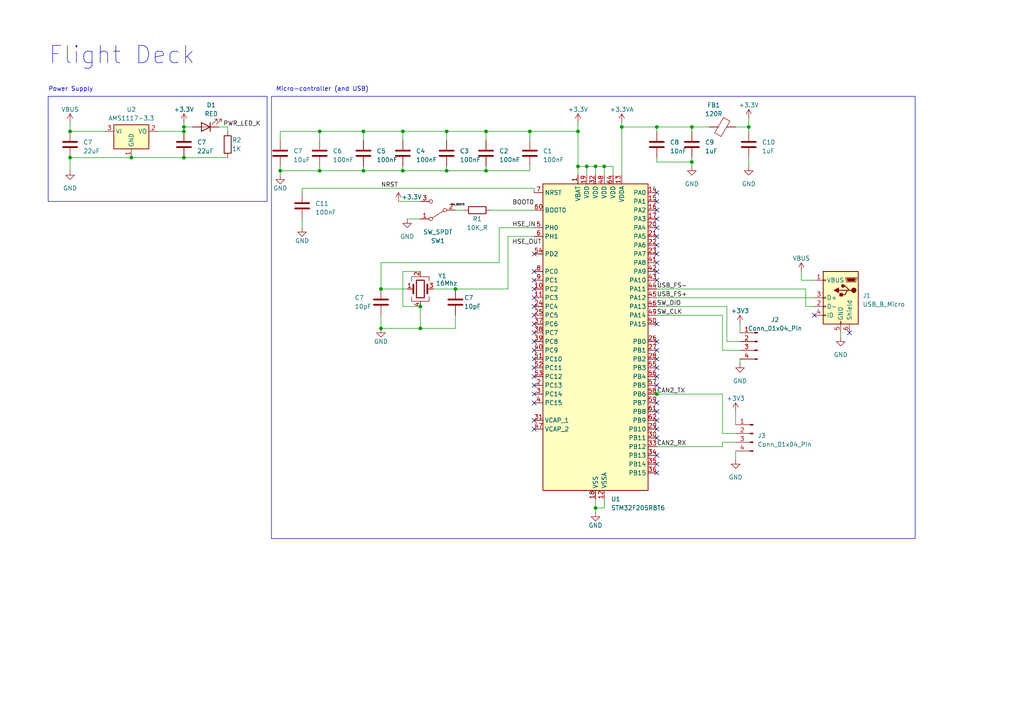
<source format=kicad_sch>
(kicad_sch (version 20230121) (generator eeschema)
  (paper "A4")
  (title_block (title "Flight Deck") (date "2023-04-17") (company "USST") (comment 1 "Adhyan H."))
  (lib_symbols
    (symbol "Connector:Conn_01x04_Pin" (pin_names (offset 1.016) hide)
      (property "Reference" "J" (at 0 5.08 0))
      (property "Value" "Conn_01x04_Pin" (at 0 -7.62 0))
      (symbol "Conn_01x04_Pin_1_1"
        (polyline (pts (xy 1.27 -5.08) (xy 0.8636 -5.08)) (stroke (width 0.1524)))
        (polyline (pts (xy 1.27 -2.54) (xy 0.8636 -2.54)) (stroke (width 0.1524)))
        (polyline (pts (xy 1.27 0) (xy 0.8636 0)) (stroke (width 0.1524)))
        (polyline (pts (xy 1.27 2.54) (xy 0.8636 2.54)) (stroke (width 0.1524)))
        (rectangle (start 0.8636 -4.953) (end 0 -5.207) (stroke (width 0.1524)) (fill (type outline)))
        (rectangle (start 0.8636 -2.413) (end 0 -2.667) (stroke (width 0.1524)) (fill (type outline)))
        (rectangle (start 0.8636 0.127) (end 0 -0.127) (stroke (width 0.1524)) (fill (type outline)))
        (rectangle (start 0.8636 2.667) (end 0 2.413) (stroke (width 0.1524)) (fill (type outline)))
        (pin passive line (at 5.08 2.54 180) (length 3.81) (name "Pin_1") (number "1"))
        (pin passive line (at 5.08 0 180) (length 3.81) (name "Pin_2") (number "2"))
        (pin passive line (at 5.08 -2.54 180) (length 3.81) (name "Pin_3") (number "3"))
        (pin passive line (at 5.08 -5.08 180) (length 3.81) (name "Pin_4") (number "4"))
      )
    )
    (symbol "Connector:USB_B_Micro" (pin_names (offset 1.016))
      (property "Reference" "J" (at -5.08 11.43 0))
      (property "Value" "USB_B_Micro" (at -5.08 8.89 0))
      (symbol "USB_B_Micro_0_1"
        (rectangle (start -5.08 -7.62) (end 5.08 7.62) (stroke (width 0.254)) (fill (type background)))
        (circle (center -3.81 2.159) (radius 0.635) (stroke (width 0.254)) (fill (type outline)))
        (circle (center -0.635 3.429) (radius 0.381) (stroke (width 0.254)) (fill (type outline)))
        (rectangle (start -0.127 -7.62) (end 0.127 -6.858))
        (polyline (pts (xy -1.905 2.159) (xy 0.635 2.159)) (stroke (width 0.254)))
        (polyline (pts (xy -3.175 2.159) (xy -2.54 2.159) (xy -1.27 3.429) (xy -0.635 3.429)) (stroke (width 0.254)))
        (polyline (pts (xy -2.54 2.159) (xy -1.905 2.159) (xy -1.27 0.889) (xy 0 0.889)) (stroke (width 0.254)))
        (polyline (pts (xy 0.635 2.794) (xy 0.635 1.524) (xy 1.905 2.159) (xy 0.635 2.794)) (stroke (width 0.254)) (fill (type outline)))
        (polyline (pts (xy -4.318 5.588) (xy -1.778 5.588) (xy -2.032 4.826) (xy -4.064 4.826) (xy -4.318 5.588)) (fill (type outline)))
        (polyline (pts (xy -4.699 5.842) (xy -4.699 5.588) (xy -4.445 4.826) (xy -4.445 4.572) (xy -1.651 4.572) (xy -1.651 4.826) (xy -1.397 5.588) (xy -1.397 5.842) (xy -4.699 5.842)))
        (rectangle (start 0.254 1.27) (end -0.508 0.508) (stroke (width 0.254)) (fill (type outline)))
        (rectangle (start 5.08 -5.207) (end 4.318 -4.953))
        (rectangle (start 5.08 -2.667) (end 4.318 -2.413))
        (rectangle (start 5.08 -0.127) (end 4.318 0.127))
        (rectangle (start 5.08 4.953) (end 4.318 5.207))
      )
      (symbol "USB_B_Micro_1_1"
        (pin power_out line (at 7.62 5.08 180) (length 2.54) (name "VBUS") (number "1"))
        (pin bidirectional line (at 7.62 -2.54 180) (length 2.54) (name "D-") (number "2"))
        (pin bidirectional line (at 7.62 0 180) (length 2.54) (name "D+") (number "3"))
        (pin passive line (at 7.62 -5.08 180) (length 2.54) (name "ID") (number "4"))
        (pin power_out line (at 0 -10.16 90) (length 2.54) (name "GND") (number "5"))
        (pin passive line (at -2.54 -10.16 90) (length 2.54) (name "Shield") (number "6"))
      )
    )
    (symbol "Device:C" (pin_numbers hide) (pin_names (offset 0.254))
      (property "Reference" "C" (at 0.635 2.54 0))
      (property "Value" "C" (at 0.635 -2.54 0))
      (symbol "C_0_1"
        (polyline (pts (xy -2.032 -0.762) (xy 2.032 -0.762)) (stroke (width 0.508)))
        (polyline (pts (xy -2.032 0.762) (xy 2.032 0.762)) (stroke (width 0.508)))
      )
      (symbol "C_1_1"
        (pin passive line (at 0 3.81 270) (length 2.794) (name "~") (number "1"))
        (pin passive line (at 0 -3.81 90) (length 2.794) (name "~") (number "2"))
      )
    )
    (symbol "Device:Crystal_GND24" (pin_names (offset 1.016) hide)
      (property "Reference" "Y" (at 3.175 5.08 0))
      (property "Value" "Crystal_GND24" (at 3.175 3.175 0))
      (symbol "Crystal_GND24_0_1"
        (rectangle (start -1.143 2.54) (end 1.143 -2.54) (stroke (width 0.3048)))
        (polyline (pts (xy -2.54 0) (xy -2.032 0)))
        (polyline (pts (xy -2.032 -1.27) (xy -2.032 1.27)) (stroke (width 0.508)))
        (polyline (pts (xy 0 -3.81) (xy 0 -3.556)))
        (polyline (pts (xy 0 3.556) (xy 0 3.81)))
        (polyline (pts (xy 2.032 -1.27) (xy 2.032 1.27)) (stroke (width 0.508)))
        (polyline (pts (xy 2.032 0) (xy 2.54 0)))
        (polyline (pts (xy -2.54 -2.286) (xy -2.54 -3.556) (xy 2.54 -3.556) (xy 2.54 -2.286)))
        (polyline (pts (xy -2.54 2.286) (xy -2.54 3.556) (xy 2.54 3.556) (xy 2.54 2.286)))
      )
      (symbol "Crystal_GND24_1_1"
        (pin passive line (at -3.81 0 0) (length 1.27) (name "1") (number "1"))
        (pin passive line (at 0 5.08 270) (length 1.27) (name "2") (number "2"))
        (pin passive line (at 3.81 0 180) (length 1.27) (name "3") (number "3"))
        (pin passive line (at 0 -5.08 90) (length 1.27) (name "4") (number "4"))
      )
    )
    (symbol "Device:FerriteBead" (pin_numbers hide) (pin_names (offset 0))
      (property "Reference" "FB" (at -3.81 0.635 90))
      (property "Value" "FerriteBead" (at 3.81 0 90))
      (symbol "FerriteBead_0_1"
        (polyline (pts (xy 0 -1.27) (xy 0 -1.2192)))
        (polyline (pts (xy 0 1.27) (xy 0 1.2954)))
        (polyline (pts (xy -2.7686 0.4064) (xy -1.7018 2.2606) (xy 2.7686 -0.3048) (xy 1.6764 -2.159) (xy -2.7686 0.4064)))
      )
      (symbol "FerriteBead_1_1"
        (pin passive line (at 0 3.81 270) (length 2.54) (name "~") (number "1"))
        (pin passive line (at 0 -3.81 90) (length 2.54) (name "~") (number "2"))
      )
    )
    (symbol "Device:LED" (pin_numbers hide) (pin_names (offset 1.016) hide)
      (property "Reference" "D" (at 0 2.54 0))
      (property "Value" "LED" (at 0 -2.54 0))
      (symbol "LED_0_1"
        (polyline (pts (xy -1.27 -1.27) (xy -1.27 1.27)) (stroke (width 0.254)))
        (polyline (pts (xy -1.27 0) (xy 1.27 0)))
        (polyline (pts (xy 1.27 -1.27) (xy 1.27 1.27) (xy -1.27 0) (xy 1.27 -1.27)) (stroke (width 0.254)))
        (polyline (pts (xy -3.048 -0.762) (xy -4.572 -2.286) (xy -3.81 -2.286) (xy -4.572 -2.286) (xy -4.572 -1.524)))
        (polyline (pts (xy -1.778 -0.762) (xy -3.302 -2.286) (xy -2.54 -2.286) (xy -3.302 -2.286) (xy -3.302 -1.524)))
      )
      (symbol "LED_1_1"
        (pin passive line (at -3.81 0 0) (length 2.54) (name "K") (number "1"))
        (pin passive line (at 3.81 0 180) (length 2.54) (name "A") (number "2"))
      )
    )
    (symbol "Device:R" (pin_numbers hide) (pin_names (offset 0))
      (property "Reference" "R" (at 2.032 0 90))
      (property "Value" "R" (at 0 0 90))
      (symbol "R_0_1"
        (rectangle (start -1.016 -2.54) (end 1.016 2.54) (stroke (width 0.254)))
      )
      (symbol "R_1_1"
        (pin passive line (at 0 3.81 270) (length 1.27) (name "~") (number "1"))
        (pin passive line (at 0 -3.81 90) (length 1.27) (name "~") (number "2"))
      )
    )
    (symbol "MCU_ST_STM32F2:STM32F205RBTx"
      (property "Reference" "U" (at -15.24 46.99 0))
      (property "Value" "STM32F205RBTx" (at 10.16 46.99 0))
      (symbol "STM32F205RBTx_0_1"
        (rectangle (start -15.24 -43.18) (end 15.24 45.72) (stroke (width 0.254)) (fill (type background)))
      )
      (symbol "STM32F205RBTx_1_1"
        (pin power_in line (at -5.08 48.26 270) (length 2.54) (name "VBAT") (number "1"))
        (pin bidirectional line (at -17.78 15.24 0) (length 2.54) (name "PC2") (number "10"))
        (pin bidirectional line (at -17.78 12.7 0) (length 2.54) (name "PC3") (number "11"))
        (pin power_in line (at 2.54 -45.72 90) (length 2.54) (name "VSSA") (number "12"))
        (pin power_in line (at 7.62 48.26 270) (length 2.54) (name "VDDA") (number "13"))
        (pin bidirectional line (at 17.78 43.18 180) (length 2.54) (name "PA0") (number "14"))
        (pin bidirectional line (at 17.78 40.64 180) (length 2.54) (name "PA1") (number "15"))
        (pin bidirectional line (at 17.78 38.1 180) (length 2.54) (name "PA2") (number "16"))
        (pin bidirectional line (at 17.78 35.56 180) (length 2.54) (name "PA3") (number "17"))
        (pin power_in line (at 0 -45.72 90) (length 2.54) (name "VSS") (number "18"))
        (pin power_in line (at -2.54 48.26 270) (length 2.54) (name "VDD") (number "19"))
        (pin bidirectional line (at -17.78 -12.7 0) (length 2.54) (name "PC13") (number "2"))
        (pin bidirectional line (at 17.78 33.02 180) (length 2.54) (name "PA4") (number "20"))
        (pin bidirectional line (at 17.78 30.48 180) (length 2.54) (name "PA5") (number "21"))
        (pin bidirectional line (at 17.78 27.94 180) (length 2.54) (name "PA6") (number "22"))
        (pin bidirectional line (at 17.78 25.4 180) (length 2.54) (name "PA7") (number "23"))
        (pin bidirectional line (at -17.78 10.16 0) (length 2.54) (name "PC4") (number "24"))
        (pin bidirectional line (at -17.78 7.62 0) (length 2.54) (name "PC5") (number "25"))
        (pin bidirectional line (at 17.78 0 180) (length 2.54) (name "PB0") (number "26"))
        (pin bidirectional line (at 17.78 -2.54 180) (length 2.54) (name "PB1") (number "27"))
        (pin bidirectional line (at 17.78 -5.08 180) (length 2.54) (name "PB2") (number "28"))
        (pin bidirectional line (at 17.78 -25.4 180) (length 2.54) (name "PB10") (number "29"))
        (pin bidirectional line (at -17.78 -15.24 0) (length 2.54) (name "PC14") (number "3"))
        (pin bidirectional line (at 17.78 -27.94 180) (length 2.54) (name "PB11") (number "30"))
        (pin power_out line (at -17.78 -22.86 0) (length 2.54) (name "VCAP_1") (number "31"))
        (pin power_in line (at 0 48.26 270) (length 2.54) (name "VDD") (number "32"))
        (pin bidirectional line (at 17.78 -30.48 180) (length 2.54) (name "PB12") (number "33"))
        (pin bidirectional line (at 17.78 -33.02 180) (length 2.54) (name "PB13") (number "34"))
        (pin bidirectional line (at 17.78 -35.56 180) (length 2.54) (name "PB14") (number "35"))
        (pin bidirectional line (at 17.78 -38.1 180) (length 2.54) (name "PB15") (number "36"))
        (pin bidirectional line (at -17.78 5.08 0) (length 2.54) (name "PC6") (number "37"))
        (pin bidirectional line (at -17.78 2.54 0) (length 2.54) (name "PC7") (number "38"))
        (pin bidirectional line (at -17.78 0 0) (length 2.54) (name "PC8") (number "39"))
        (pin bidirectional line (at -17.78 -17.78 0) (length 2.54) (name "PC15") (number "4"))
        (pin bidirectional line (at -17.78 -2.54 0) (length 2.54) (name "PC9") (number "40"))
        (pin bidirectional line (at 17.78 22.86 180) (length 2.54) (name "PA8") (number "41"))
        (pin bidirectional line (at 17.78 20.32 180) (length 2.54) (name "PA9") (number "42"))
        (pin bidirectional line (at 17.78 17.78 180) (length 2.54) (name "PA10") (number "43"))
        (pin bidirectional line (at 17.78 15.24 180) (length 2.54) (name "PA11") (number "44"))
        (pin bidirectional line (at 17.78 12.7 180) (length 2.54) (name "PA12") (number "45"))
        (pin bidirectional line (at 17.78 10.16 180) (length 2.54) (name "PA13") (number "46"))
        (pin power_out line (at -17.78 -25.4 0) (length 2.54) (name "VCAP_2") (number "47"))
        (pin power_in line (at 2.54 48.26 270) (length 2.54) (name "VDD") (number "48"))
        (pin bidirectional line (at 17.78 7.62 180) (length 2.54) (name "PA14") (number "49"))
        (pin bidirectional line (at -17.78 33.02 0) (length 2.54) (name "PH0") (number "5"))
        (pin bidirectional line (at 17.78 5.08 180) (length 2.54) (name "PA15") (number "50"))
        (pin bidirectional line (at -17.78 -5.08 0) (length 2.54) (name "PC10") (number "51"))
        (pin bidirectional line (at -17.78 -7.62 0) (length 2.54) (name "PC11") (number "52"))
        (pin bidirectional line (at -17.78 -10.16 0) (length 2.54) (name "PC12") (number "53"))
        (pin bidirectional line (at -17.78 25.4 0) (length 2.54) (name "PD2") (number "54"))
        (pin bidirectional line (at 17.78 -7.62 180) (length 2.54) (name "PB3") (number "55"))
        (pin bidirectional line (at 17.78 -10.16 180) (length 2.54) (name "PB4") (number "56"))
        (pin bidirectional line (at 17.78 -12.7 180) (length 2.54) (name "PB5") (number "57"))
        (pin bidirectional line (at 17.78 -15.24 180) (length 2.54) (name "PB6") (number "58"))
        (pin bidirectional line (at 17.78 -17.78 180) (length 2.54) (name "PB7") (number "59"))
        (pin bidirectional line (at -17.78 30.48 0) (length 2.54) (name "PH1") (number "6"))
        (pin input line (at -17.78 38.1 0) (length 2.54) (name "BOOT0") (number "60"))
        (pin bidirectional line (at 17.78 -20.32 180) (length 2.54) (name "PB8") (number "61"))
        (pin bidirectional line (at 17.78 -22.86 180) (length 2.54) (name "PB9") (number "62"))
        (pin passive line (at 0 -45.72 90) (length 2.54) hide (name "VSS") (number "63"))
        (pin power_in line (at 5.08 48.26 270) (length 2.54) (name "VDD") (number "64"))
        (pin input line (at -17.78 43.18 0) (length 2.54) (name "NRST") (number "7"))
        (pin bidirectional line (at -17.78 20.32 0) (length 2.54) (name "PC0") (number "8"))
        (pin bidirectional line (at -17.78 17.78 0) (length 2.54) (name "PC1") (number "9"))
      )
    )
    (symbol "Regulator_Linear:AMS1117-3.3"
      (property "Reference" "U" (at -3.81 3.175 0))
      (property "Value" "AMS1117-3.3" (at 0 3.175 0))
      (symbol "AMS1117-3.3_0_1"
        (rectangle (start -5.08 -5.08) (end 5.08 1.905) (stroke (width 0.254)) (fill (type background)))
      )
      (symbol "AMS1117-3.3_1_1"
        (pin power_in line (at 0 -7.62 90) (length 2.54) (name "GND") (number "1"))
        (pin power_out line (at 7.62 0 180) (length 2.54) (name "VO") (number "2"))
        (pin power_in line (at -7.62 0 0) (length 2.54) (name "VI") (number "3"))
      )
    )
    (symbol "Switch:SW_SPDT" (pin_names (offset 0) hide)
      (property "Reference" "SW" (at 0 4.318 0))
      (property "Value" "SW_SPDT" (at 0 -5.08 0))
      (symbol "SW_SPDT_0_0"
        (circle (center -2.032 0) (radius 0.508))
        (circle (center 2.032 -2.54) (radius 0.508))
      )
      (symbol "SW_SPDT_0_1"
        (polyline (pts (xy -1.524 0.254) (xy 1.651 2.286)))
        (circle (center 2.032 2.54) (radius 0.508))
      )
      (symbol "SW_SPDT_1_1"
        (pin passive line (at 5.08 2.54 180) (length 2.54) (name "A") (number "1"))
        (pin passive line (at -5.08 0 0) (length 2.54) (name "B") (number "2"))
        (pin passive line (at 5.08 -2.54 180) (length 2.54) (name "C") (number "3"))
      )
    )
    (symbol "power:+3.3V" (power) (pin_names (offset 0))
      (property "Value" "+3.3V" (at 0 3.556 0))
      (symbol "+3.3V_0_1"
        (polyline (pts (xy -0.762 1.27) (xy 0 2.54)))
        (polyline (pts (xy 0 0) (xy 0 2.54)))
        (polyline (pts (xy 0 2.54) (xy 0.762 1.27)))
      )
      (symbol "+3.3V_1_1"
        (pin power_in line (at 0 0 90) (length 0) hide (name "+3.3V") (number "1"))
      )
    )
    (symbol "power:+3.3VA" (power) (pin_names (offset 0))
      (property "Value" "+3.3VA" (at 0 3.556 0))
      (symbol "+3.3VA_0_1"
        (polyline (pts (xy -0.762 1.27) (xy 0 2.54)))
        (polyline (pts (xy 0 0) (xy 0 2.54)))
        (polyline (pts (xy 0 2.54) (xy 0.762 1.27)))
      )
      (symbol "+3.3VA_1_1"
        (pin power_in line (at 0 0 90) (length 0) hide (name "+3.3VA") (number "1"))
      )
    )
    (symbol "power:+3V3" (power) (pin_names (offset 0))
      (property "Value" "+3V3" (at 0 3.556 0))
      (symbol "+3V3_0_1"
        (polyline (pts (xy -0.762 1.27) (xy 0 2.54)))
        (polyline (pts (xy 0 0) (xy 0 2.54)))
        (polyline (pts (xy 0 2.54) (xy 0.762 1.27)))
      )
      (symbol "+3V3_1_1"
        (pin power_in line (at 0 0 90) (length 0) hide (name "+3V3") (number "1"))
      )
    )
    (symbol "power:GND" (power) (pin_names (offset 0))
      (property "Value" "GND" (at 0 -3.81 0))
      (symbol "GND_0_1"
        (polyline (pts (xy 0 0) (xy 0 -1.27) (xy 1.27 -1.27) (xy 0 -2.54) (xy -1.27 -1.27) (xy 0 -1.27)))
      )
      (symbol "GND_1_1"
        (pin power_in line (at 0 0 270) (length 0) hide (name "GND") (number "1"))
      )
    )
    (symbol "power:VBUS" (power) (pin_names (offset 0))
      (property "Value" "VBUS" (at 0 3.81 0))
      (symbol "VBUS_0_1"
        (polyline (pts (xy -0.762 1.27) (xy 0 2.54)))
        (polyline (pts (xy 0 0) (xy 0 2.54)))
        (polyline (pts (xy 0 2.54) (xy 0.762 1.27)))
      )
      (symbol "VBUS_1_1"
        (pin power_in line (at 0 0 90) (length 0) hide (name "VBUS") (number "1"))
      )
    )
  )
  (junction (at 105.41 49.53))
  (junction (at 172.72 147.32))
  (junction (at 167.64 38.1))
  (junction (at 92.71 49.53))
  (junction (at 116.84 49.53))
  (junction (at 200.66 36.83))
  (junction (at 132.08 83.82))
  (junction (at 38.1 45.72))
  (junction (at 153.67 38.1))
  (junction (at 129.54 49.53))
  (junction (at 20.32 38.1))
  (junction (at 110.49 95.25))
  (junction (at 172.72 48.26))
  (junction (at 200.66 46.99))
  (junction (at 105.41 38.1))
  (junction (at 121.92 88.9))
  (junction (at 190.5 114.3))
  (junction (at 167.64 48.26))
  (junction (at 170.18 48.26))
  (junction (at 217.17 36.83))
  (junction (at 92.71 38.1))
  (junction (at 190.5 36.83))
  (junction (at 175.26 48.26))
  (junction (at 116.84 38.1))
  (junction (at 20.32 45.72))
  (junction (at 53.34 36.83))
  (junction (at 110.49 83.82))
  (junction (at 53.34 45.72))
  (junction (at 53.34 38.1))
  (junction (at 121.92 95.25))
  (junction (at 140.97 38.1))
  (junction (at 129.54 38.1))
  (junction (at 81.28 49.53))
  (junction (at 140.97 49.53))
  (junction (at 180.34 36.83))
  (no_connect (at 154.94 81.28))
  (no_connect (at 154.94 109.22))
  (no_connect (at 190.5 104.14))
  (no_connect (at 236.22 91.44))
  (no_connect (at 190.5 127))
  (no_connect (at 154.94 106.68))
  (no_connect (at 190.5 93.98))
  (no_connect (at 190.5 124.46))
  (no_connect (at 154.94 111.76))
  (no_connect (at 190.5 81.28))
  (no_connect (at 154.94 101.6))
  (no_connect (at 154.94 93.98))
  (no_connect (at 190.5 58.42))
  (no_connect (at 154.94 73.66))
  (no_connect (at 154.94 96.52))
  (no_connect (at 190.5 132.08))
  (no_connect (at 154.94 78.74))
  (no_connect (at 190.5 111.76))
  (no_connect (at 154.94 99.06))
  (no_connect (at 190.5 76.2))
  (no_connect (at 190.5 116.84))
  (no_connect (at 154.94 91.44))
  (no_connect (at 154.94 121.92))
  (no_connect (at 190.5 99.06))
  (no_connect (at 190.5 106.68))
  (no_connect (at 190.5 119.38))
  (no_connect (at 246.38 96.52))
  (no_connect (at 154.94 83.82))
  (no_connect (at 154.94 86.36))
  (no_connect (at 190.5 60.96))
  (no_connect (at 154.94 124.46))
  (no_connect (at 190.5 73.66))
  (no_connect (at 190.5 109.22))
  (no_connect (at 190.5 71.12))
  (no_connect (at 190.5 121.92))
  (no_connect (at 190.5 78.74))
  (no_connect (at 190.5 134.62))
  (no_connect (at 154.94 116.84))
  (no_connect (at 190.5 137.16))
  (no_connect (at 190.5 63.5))
  (no_connect (at 154.94 114.3))
  (no_connect (at 154.94 88.9))
  (no_connect (at 190.5 101.6))
  (no_connect (at 190.5 68.58))
  (no_connect (at 190.5 66.04))
  (no_connect (at 154.94 104.14))
  (no_connect (at 190.5 55.88))
  (wire (pts (xy 53.34 45.72) (xy 66.04 45.72)))
  (polyline (pts (xy 13.97 27.94) (xy 77.47 27.94)))
  (wire (pts (xy 190.5 129.54) (xy 209.55 129.54)))
  (wire (pts (xy 190.5 86.36) (xy 236.22 86.36)))
  (wire (pts (xy 190.5 88.9) (xy 210.82 88.9)))
  (wire (pts (xy 190.5 91.44) (xy 209.55 91.44)))
  (wire (pts (xy 214.63 104.14) (xy 214.63 105.41)))
  (wire (pts (xy 110.49 95.25) (xy 121.92 95.25)))
  (wire (pts (xy 87.63 63.5) (xy 87.63 66.04)))
  (wire (pts (xy 200.66 46.99) (xy 200.66 48.26)))
  (wire (pts (xy 243.84 96.52) (xy 243.84 97.79)))
  (wire (pts (xy 66.04 36.83) (xy 66.04 38.1)))
  (wire (pts (xy 210.82 99.06) (xy 214.63 99.06)))
  (wire (pts (xy 200.66 45.72) (xy 200.66 46.99)))
  (wire (pts (xy 129.54 38.1) (xy 129.54 40.64)))
  (wire (pts (xy 140.97 38.1) (xy 129.54 38.1)))
  (wire (pts (xy 209.55 128.27) (xy 213.36 128.27)))
  (wire (pts (xy 87.63 54.61) (xy 154.94 54.61)))
  (wire (pts (xy 53.34 36.83) (xy 53.34 38.1)))
  (wire (pts (xy 170.18 48.26) (xy 172.72 48.26)))
  (wire (pts (xy 167.64 38.1) (xy 153.67 38.1)))
  (wire (pts (xy 121.92 88.9) (xy 121.92 95.25)))
  (wire (pts (xy 232.41 78.74) (xy 232.41 81.28)))
  (wire (pts (xy 121.92 95.25) (xy 132.08 95.25)))
  (wire (pts (xy 144.78 66.04) (xy 144.78 76.2)))
  (wire (pts (xy 154.94 66.04) (xy 144.78 66.04)))
  (wire (pts (xy 140.97 38.1) (xy 140.97 40.64)))
  (wire (pts (xy 92.71 49.53) (xy 105.41 49.53)))
  (wire (pts (xy 20.32 49.53) (xy 20.32 45.72)))
  (wire (pts (xy 116.84 78.74) (xy 116.84 88.9)))
  (wire (pts (xy 167.64 48.26) (xy 167.64 50.8)))
  (wire (pts (xy 38.1 45.72) (xy 53.34 45.72)))
  (wire (pts (xy 105.41 38.1) (xy 105.41 40.64)))
  (wire (pts (xy 213.36 119.38) (xy 213.36 123.19)))
  (wire (pts (xy 180.34 36.83) (xy 180.34 50.8)))
  (polyline (pts (xy 78.74 156.21) (xy 265.43 156.21)))
  (wire (pts (xy 132.08 91.44) (xy 132.08 95.25)))
  (wire (pts (xy 154.94 54.61) (xy 154.94 55.88)))
  (wire (pts (xy 190.5 45.72) (xy 190.5 46.99)))
  (wire (pts (xy 167.64 35.56) (xy 167.64 38.1)))
  (wire (pts (xy 105.41 48.26) (xy 105.41 49.53)))
  (wire (pts (xy 129.54 48.26) (xy 129.54 49.53)))
  (wire (pts (xy 209.55 125.73) (xy 213.36 125.73)))
  (wire (pts (xy 190.5 36.83) (xy 200.66 36.83)))
  (wire (pts (xy 217.17 36.83) (xy 217.17 38.1)))
  (wire (pts (xy 87.63 54.61) (xy 87.63 55.88)))
  (wire (pts (xy 167.64 38.1) (xy 167.64 48.26)))
  (wire (pts (xy 180.34 35.56) (xy 180.34 36.83)))
  (wire (pts (xy 170.18 48.26) (xy 170.18 50.8)))
  (wire (pts (xy 92.71 38.1) (xy 105.41 38.1)))
  (wire (pts (xy 81.28 49.53) (xy 81.28 50.8)))
  (wire (pts (xy 213.36 130.81) (xy 213.36 133.35)))
  (wire (pts (xy 209.55 114.3) (xy 209.55 125.73)))
  (wire (pts (xy 172.72 144.78) (xy 172.72 147.32)))
  (wire (pts (xy 233.68 83.82) (xy 233.68 88.9)))
  (wire (pts (xy 147.32 68.58) (xy 147.32 83.82)))
  (wire (pts (xy 233.68 88.9) (xy 236.22 88.9)))
  (wire (pts (xy 209.55 129.54) (xy 209.55 128.27)))
  (wire (pts (xy 153.67 38.1) (xy 153.67 40.64)))
  (wire (pts (xy 217.17 34.29) (xy 217.17 36.83)))
  (wire (pts (xy 172.72 48.26) (xy 175.26 48.26)))
  (wire (pts (xy 81.28 38.1) (xy 92.71 38.1)))
  (wire (pts (xy 20.32 38.1) (xy 30.48 38.1)))
  (wire (pts (xy 20.32 45.72) (xy 38.1 45.72)))
  (wire (pts (xy 132.08 60.96) (xy 134.62 60.96)))
  (wire (pts (xy 92.71 48.26) (xy 92.71 49.53)))
  (wire (pts (xy 63.5 36.83) (xy 66.04 36.83)))
  (wire (pts (xy 116.84 38.1) (xy 105.41 38.1)))
  (wire (pts (xy 167.64 48.26) (xy 170.18 48.26)))
  (wire (pts (xy 140.97 49.53) (xy 153.67 49.53)))
  (wire (pts (xy 116.84 38.1) (xy 116.84 40.64)))
  (wire (pts (xy 200.66 36.83) (xy 200.66 38.1)))
  (wire (pts (xy 45.72 38.1) (xy 53.34 38.1)))
  (wire (pts (xy 172.72 48.26) (xy 172.72 50.8)))
  (wire (pts (xy 190.5 36.83) (xy 190.5 38.1)))
  (wire (pts (xy 175.26 147.32) (xy 175.26 144.78)))
  (wire (pts (xy 110.49 91.44) (xy 110.49 95.25)))
  (wire (pts (xy 121.92 78.74) (xy 116.84 78.74)))
  (wire (pts (xy 147.32 83.82) (xy 132.08 83.82)))
  (wire (pts (xy 180.34 36.83) (xy 190.5 36.83)))
  (polyline (pts (xy 13.97 27.94) (xy 13.97 58.42)))
  (wire (pts (xy 110.49 76.2) (xy 110.49 83.82)))
  (wire (pts (xy 153.67 49.53) (xy 153.67 48.26)))
  (wire (pts (xy 105.41 49.53) (xy 116.84 49.53)))
  (polyline (pts (xy 78.74 27.94) (xy 78.74 156.21)))
  (wire (pts (xy 81.28 40.64) (xy 81.28 38.1)))
  (wire (pts (xy 217.17 45.72) (xy 217.17 48.26)))
  (polyline (pts (xy 77.47 58.42) (xy 77.47 27.94)))
  (wire (pts (xy 175.26 48.26) (xy 175.26 50.8)))
  (wire (pts (xy 115.57 58.42) (xy 121.92 58.42)))
  (wire (pts (xy 81.28 48.26) (xy 81.28 49.53)))
  (wire (pts (xy 116.84 88.9) (xy 121.92 88.9)))
  (polyline (pts (xy 265.43 156.21) (xy 265.43 27.94)))
  (wire (pts (xy 190.5 83.82) (xy 233.68 83.82)))
  (wire (pts (xy 129.54 38.1) (xy 116.84 38.1)))
  (polyline (pts (xy 78.74 27.94) (xy 265.43 27.94)))
  (wire (pts (xy 209.55 91.44) (xy 209.55 101.6)))
  (wire (pts (xy 154.94 68.58) (xy 147.32 68.58)))
  (wire (pts (xy 232.41 81.28) (xy 236.22 81.28)))
  (polyline (pts (xy 13.97 58.42) (xy 77.47 58.42)))
  (wire (pts (xy 190.5 46.99) (xy 200.66 46.99)))
  (wire (pts (xy 153.67 38.1) (xy 140.97 38.1)))
  (wire (pts (xy 214.63 93.98) (xy 214.63 96.52)))
  (wire (pts (xy 110.49 76.2) (xy 144.78 76.2)))
  (wire (pts (xy 200.66 36.83) (xy 205.74 36.83)))
  (wire (pts (xy 116.84 48.26) (xy 116.84 49.53)))
  (wire (pts (xy 177.8 48.26) (xy 177.8 50.8)))
  (wire (pts (xy 92.71 38.1) (xy 92.71 40.64)))
  (wire (pts (xy 209.55 101.6) (xy 214.63 101.6)))
  (wire (pts (xy 129.54 49.53) (xy 140.97 49.53)))
  (wire (pts (xy 110.49 83.82) (xy 118.11 83.82)))
  (wire (pts (xy 81.28 49.53) (xy 92.71 49.53)))
  (wire (pts (xy 172.72 147.32) (xy 175.26 147.32)))
  (wire (pts (xy 175.26 48.26) (xy 177.8 48.26)))
  (wire (pts (xy 210.82 88.9) (xy 210.82 99.06)))
  (wire (pts (xy 187.96 114.3) (xy 190.5 114.3)))
  (wire (pts (xy 190.5 114.3) (xy 209.55 114.3)))
  (wire (pts (xy 140.97 48.26) (xy 140.97 49.53)))
  (wire (pts (xy 20.32 35.56) (xy 20.32 38.1)))
  (wire (pts (xy 213.36 36.83) (xy 217.17 36.83)))
  (wire (pts (xy 53.34 35.56) (xy 53.34 36.83)))
  (wire (pts (xy 118.11 63.5) (xy 121.92 63.5)))
  (wire (pts (xy 142.24 60.96) (xy 154.94 60.96)))
  (wire (pts (xy 53.34 36.83) (xy 55.88 36.83)))
  (wire (pts (xy 116.84 49.53) (xy 129.54 49.53)))
  (wire (pts (xy 172.72 147.32) (xy 172.72 148.59)))
  (wire (pts (xy 132.08 83.82) (xy 125.73 83.82)))
  (text "Flight Deck\n" (at 13.97 19.05 0) (effects (font (size 5 5)) (justify left bottom)))
  (text "Power Supply\n" (at 13.97 26.67 0) (effects (font (size 1.27 1.27)) (justify left bottom)))
  (text "Micro-controller (and USB)\n" (at 80.01 26.67 0) (effects (font (size 1.27 1.27)) (justify left bottom)))
  (label "SW_CLK" (at 190.5 91.44 0))
  (label "PWR_LED_K" (at 64.77 36.83 0))
  (label "USB_FS-" (at 190.5 83.82 0))
  (label "SW_DIO" (at 190.5 88.9 0))
  (label "NRST" (at 110.49 54.61 0))
  (label "USB_FS+" (at 190.5 86.36 0))
  (label "HSE_IN" (at 148.59 66.04 0))
  (label "CAN2_TX" (at 190.5 114.3 0))
  (label "BOOT0" (at 148.59 59.69 0))
  (label "HSE_OUT" (at 148.59 71.12 0))
  (label "SW_BOOT0" (at 130.81 59.69 0) (effects (font (size 0.5 0.5))))
  (label "CAN2_RX" (at 190.5 129.54 0))
  (symbol (lib_id "power:+3.3V") (at 167.64 35.56 0) (unit 1)
    (property "Reference" "#PWR02" (effects hide))
    (property "Value" "+3.3V" (at 167.64 31.75 0))
    (instances (project "FlightDeck" (path "" (reference "#PWR02") (unit 1)) (path "" (reference "#PWR05") (unit 1))))
  )
  (symbol (lib_id "Device:R") (at 138.43 60.96 90) (unit 1)
    (property "Reference" "R1" (at 138.43 63.5 90))
    (property "Value" "10K_R" (at 138.43 66.04 90))
  )
  (symbol (lib_id "Regulator_Linear:AMS1117-3.3") (at 38.1 38.1 0) (unit 1)
    (property "Reference" "U2" (at 38.1 31.75 0))
    (property "Value" "AMS1117-3.3" (at 38.1 34.29 0))
    (property "Footprint" "Package_TO_SOT_SMD:SOT-223-3_TabPin2" (effects hide))
    (property "Datasheet" "http://www.advanced-monolithic.com/pdf/ds1117.pdf" (effects hide))
  )
  (symbol (lib_id "Device:C") (at 20.32 41.91 0) (unit 1)
    (property "Reference" "C7" (at 24.13 41.275 0) (effects (justify left)))
    (property "Value" "22uF" (at 24.13 43.815 0) (effects (justify left)))
    (instances (project "FlightDeck" (path "" (reference "C7") (unit 1)) (path "" (reference "C14") (unit 1))))
  )
  (symbol (lib_id "Device:C") (at 129.54 44.45 0) (unit 1)
    (property "Reference" "C3" (at 133.35 43.815 0) (effects (justify left)))
    (property "Value" "100nF" (at 133.35 46.355 0) (effects (justify left)))
    (instances (project "FlightDeck" (path "" (reference "C3") (unit 1)) (path "" (reference "C6") (unit 1))))
  )
  (symbol (lib_id "Device:C") (at 153.67 44.45 0) (unit 1)
    (property "Reference" "C1" (at 157.48 43.815 0) (effects (justify left)))
    (property "Value" "100nF" (at 157.48 46.355 0) (effects (justify left)))
    (instances (project "FlightDeck" (path "" (reference "C1") (unit 1)) (path "" (reference "C8") (unit 1))))
  )
  (symbol (lib_id "power:GND") (at 118.11 63.5 0) (unit 1)
    (property "Reference" "#PWR09" (effects hide))
    (property "Value" "GND" (at 118.11 68.58 0))
    (instances (project "FlightDeck" (path "" (reference "#PWR09") (unit 1)) (path "" (reference "#PWR04") (unit 1))))
  )
  (symbol (lib_id "power:VBUS") (at 232.41 78.74 0) (unit 1)
    (property "Reference" "#PWR013" (effects hide))
    (property "Value" "VBUS" (at 232.41 74.93 0))
  )
  (symbol (lib_id "Switch:SW_SPDT") (at 127 60.96 180) (unit 1)
    (property "Reference" "SW1" (at 127 69.85 0))
    (property "Value" "SW_SPDT" (at 127 67.31 0))
  )
  (symbol (lib_id "power:GND") (at 243.84 97.79 0) (unit 1)
    (property "Reference" "#PWR012" (effects hide))
    (property "Value" "GND" (at 243.84 102.87 0))
  )
  (symbol (lib_id "power:GND") (at 172.72 148.59 0) (unit 1)
    (property "Reference" "#PWR01" (effects hide))
    (property "Value" "GND" (at 172.72 152.4 0))
    (instances (project "FlightDeck" (path "" (reference "#PWR01") (unit 1)) (path "" (reference "#PWR06") (unit 1))))
  )
  (symbol (lib_id "power:GND") (at 81.28 50.8 0) (unit 1)
    (property "Reference" "#PWR03" (effects hide))
    (property "Value" "GND" (at 81.28 54.61 0))
    (instances (project "FlightDeck" (path "" (reference "#PWR03") (unit 1)) (path "" (reference "#PWR01") (unit 1))))
  )
  (symbol (lib_id "Connector:USB_B_Micro") (at 243.84 86.36 0) (mirror y) (unit 1)
    (property "Reference" "J1" (at 250.19 85.725 0) (effects (justify right)))
    (property "Value" "USB_B_Micro" (at 250.19 88.265 0) (effects (justify right)))
  )
  (symbol (lib_id "power:+3V3") (at 213.36 119.38 0) (unit 1)
    (property "Reference" "#PWR020" (effects hide))
    (property "Value" "+3V3" (at 213.36 115.57 0))
  )
  (symbol (lib_id "Device:C") (at 200.66 41.91 0) (unit 1)
    (property "Reference" "C9" (at 204.47 41.275 0) (effects (justify left)))
    (property "Value" "1uF" (at 204.47 43.815 0) (effects (justify left)))
    (instances (project "FlightDeck" (path "" (reference "C9") (unit 1)) (path "" (reference "C10") (unit 1))))
  )
  (symbol (lib_id "Device:C") (at 110.49 87.63 0) (unit 1)
    (property "Reference" "C7" (at 102.87 86.36 0) (effects (justify left)))
    (property "Value" "10pF" (at 102.87 88.9 0) (effects (justify left)))
    (instances (project "FlightDeck" (path "" (reference "C7") (unit 1)) (path "" (reference "C12") (unit 1))))
  )
  (symbol (lib_id "power:+3.3V") (at 115.57 58.42 0) (unit 1)
    (property "Reference" "#PWR010" (effects hide))
    (property "Value" "+3.3V" (at 119.38 57.15 0))
    (instances (project "FlightDeck" (path "" (reference "#PWR010") (unit 1)) (path "" (reference "#PWR03") (unit 1))))
  )
  (symbol (lib_id "Device:C") (at 87.63 59.69 0) (unit 1)
    (property "Reference" "C11" (at 91.44 59.055 0) (effects (justify left)))
    (property "Value" "100nF" (at 91.44 61.595 0) (effects (justify left)))
    (instances (project "FlightDeck" (path "" (reference "C11") (unit 1)) (path "" (reference "C2") (unit 1))))
  )
  (symbol (lib_id "power:GND") (at 213.36 133.35 0) (unit 1)
    (property "Reference" "#PWR019" (effects hide))
    (property "Value" "GND" (at 213.36 138.43 0))
  )
  (symbol (lib_id "power:GND") (at 87.63 66.04 0) (unit 1)
    (property "Reference" "#PWR08" (effects hide))
    (property "Value" "GND" (at 87.63 69.85 0))
    (instances (project "FlightDeck" (path "" (reference "#PWR08") (unit 1)) (path "" (reference "#PWR02") (unit 1))))
  )
  (symbol (lib_id "Device:R") (at 66.04 41.91 0) (unit 1)
    (property "Reference" "R2" (at 67.31 40.64 0) (effects (justify left)))
    (property "Value" "1K" (at 67.31 43.18 0) (effects (justify left)))
  )
  (symbol (lib_id "power:GND") (at 20.32 49.53 0) (unit 1)
    (property "Reference" "#PWR016" (effects hide))
    (property "Value" "GND" (at 20.32 54.61 0))
  )
  (symbol (lib_id "Device:C") (at 116.84 44.45 0) (unit 1)
    (property "Reference" "C4" (at 120.65 43.815 0) (effects (justify left)))
    (property "Value" "100nF" (at 120.65 46.355 0) (effects (justify left)))
    (instances (project "FlightDeck" (path "" (reference "C4") (unit 1)) (path "" (reference "C5") (unit 1))))
  )
  (symbol (lib_id "Device:FerriteBead") (at 209.55 36.83 90) (unit 1)
    (property "Reference" "FB1" (at 207.01 30.48 90))
    (property "Value" "120R" (at 207.01 33.02 90))
  )
  (symbol (lib_id "power:VBUS") (at 20.32 35.56 0) (unit 1)
    (property "Reference" "#PWR017" (effects hide))
    (property "Value" "VBUS" (at 20.32 31.75 0))
  )
  (symbol (lib_id "power:GND") (at 214.63 105.41 0) (unit 1)
    (property "Reference" "#PWR015" (effects hide))
    (property "Value" "GND" (at 214.63 110.49 0))
  )
  (symbol (lib_id "Device:LED") (at 59.69 36.83 180) (unit 1)
    (property "Reference" "D1" (at 61.2775 30.48 0))
    (property "Value" "RED" (at 61.2775 33.02 0))
  )
  (symbol (lib_id "power:+3.3V") (at 53.34 35.56 0) (unit 1)
    (property "Reference" "#PWR02" (effects hide))
    (property "Value" "+3.3V" (at 53.34 31.75 0))
    (instances (project "FlightDeck" (path "" (reference "#PWR02") (unit 1)) (path "" (reference "#PWR018") (unit 1))))
  )
  (symbol (lib_id "Device:C") (at 217.17 41.91 0) (unit 1)
    (property "Reference" "C10" (at 220.98 41.275 0) (effects (justify left)))
    (property "Value" "1uF" (at 220.98 43.815 0) (effects (justify left)))
    (instances (project "FlightDeck" (path "" (reference "C10") (unit 1)) (path "" (reference "C11") (unit 1))))
  )
  (symbol (lib_id "Device:C") (at 140.97 44.45 0) (unit 1)
    (property "Reference" "C2" (at 144.78 43.815 0) (effects (justify left)))
    (property "Value" "100nF" (at 144.78 46.355 0) (effects (justify left)))
    (instances (project "FlightDeck" (path "" (reference "C2") (unit 1)) (path "" (reference "C7") (unit 1))))
  )
  (symbol (lib_id "MCU_ST_STM32F2:STM32F205RBTx") (at 172.72 99.06 0) (unit 1)
    (property "Reference" "U1" (at 177.2159 144.78 0) (effects (justify left)))
    (property "Value" "STM32F205RBT6" (at 177.2159 147.32 0) (effects (justify left)))
    (property "Footprint" "Package_QFP:LQFP-64_10x10mm_P0.5mm" (effects hide))
    (property "Datasheet" "https://www.st.com/resource/en/datasheet/stm32f205rb.pdf" (effects hide))
  )
  (symbol (lib_id "Connector:Conn_01x04_Pin") (at 218.44 125.73 0) (mirror y) (unit 1)
    (property "Reference" "J3" (at 219.71 126.365 0) (effects (justify right)))
    (property "Value" "Conn_01x04_Pin" (at 219.71 128.905 0) (effects (justify right)))
  )
  (symbol (lib_id "Device:C") (at 190.5 41.91 0) (unit 1)
    (property "Reference" "C8" (at 194.31 41.275 0) (effects (justify left)))
    (property "Value" "10nF" (at 194.31 43.815 0) (effects (justify left)))
    (instances (project "FlightDeck" (path "" (reference "C8") (unit 1)) (path "" (reference "C9") (unit 1))))
  )
  (symbol (lib_id "power:+3.3V") (at 217.17 34.29 0) (unit 1)
    (property "Reference" "#PWR07" (effects hide))
    (property "Value" "+3.3V" (at 217.17 30.48 0))
    (instances (project "FlightDeck" (path "" (reference "#PWR07") (unit 1)) (path "" (reference "#PWR09") (unit 1))))
  )
  (symbol (lib_id "Connector:Conn_01x04_Pin") (at 219.71 99.06 0) (mirror y) (unit 1)
    (property "Reference" "J2" (at 224.79 92.71 0))
    (property "Value" "Conn_01x04_Pin" (at 224.79 95.25 0))
  )
  (symbol (lib_id "power:GND") (at 200.66 48.26 0) (unit 1)
    (property "Reference" "#PWR05" (effects hide))
    (property "Value" "GND" (at 200.66 53.34 0))
    (instances (project "FlightDeck" (path "" (reference "#PWR05") (unit 1)) (path "" (reference "#PWR08") (unit 1))))
  )
  (symbol (lib_id "power:+3V3") (at 214.63 93.98 0) (unit 1)
    (property "Reference" "#PWR014" (effects hide))
    (property "Value" "+3V3" (at 214.63 90.17 0))
  )
  (symbol (lib_id "Device:C") (at 132.08 87.63 0) (unit 1)
    (property "Reference" "C7" (at 134.62 86.36 0) (effects (justify left)))
    (property "Value" "10pF" (at 134.62 88.9 0) (effects (justify left)))
    (instances (project "FlightDeck" (path "" (reference "C7") (unit 1)) (path "" (reference "C13") (unit 1))))
  )
  (symbol (lib_id "power:GND") (at 110.49 95.25 0) (unit 1)
    (property "Reference" "#PWR08" (effects hide))
    (property "Value" "GND" (at 110.49 99.06 0))
    (instances (project "FlightDeck" (path "" (reference "#PWR08") (unit 1)) (path "" (reference "#PWR011") (unit 1))))
  )
  (symbol (lib_id "Device:C") (at 81.28 44.45 0) (unit 1)
    (property "Reference" "C7" (at 85.09 43.815 0) (effects (justify left)))
    (property "Value" "10uF" (at 85.09 46.355 0) (effects (justify left)))
    (instances (project "FlightDeck" (path "" (reference "C7") (unit 1)) (path "" (reference "C1") (unit 1))))
  )
  (symbol (lib_id "Device:C") (at 105.41 44.45 0) (unit 1)
    (property "Reference" "C5" (at 109.22 43.815 0) (effects (justify left)))
    (property "Value" "100nF" (at 109.22 46.355 0) (effects (justify left)))
    (instances (project "FlightDeck" (path "" (reference "C5") (unit 1)) (path "" (reference "C4") (unit 1))))
  )
  (symbol (lib_id "Device:Crystal_GND24") (at 121.92 83.82 0) (unit 1)
    (property "Reference" "Y1" (at 128.27 80.01 0))
    (property "Value" "16Mhz" (at 129.54 82.1689 0))
  )
  (symbol (lib_id "Device:C") (at 53.34 41.91 0) (unit 1)
    (property "Reference" "C7" (at 57.15 41.275 0) (effects (justify left)))
    (property "Value" "22uF" (at 57.15 43.815 0) (effects (justify left)))
    (instances (project "FlightDeck" (path "" (reference "C7") (unit 1)) (path "" (reference "C15") (unit 1))))
  )
  (symbol (lib_id "power:GND") (at 217.17 48.26 0) (unit 1)
    (property "Reference" "#PWR06" (effects hide))
    (property "Value" "GND" (at 217.17 53.34 0))
    (instances (project "FlightDeck" (path "" (reference "#PWR06") (unit 1)) (path "" (reference "#PWR010") (unit 1))))
  )
  (symbol (lib_id "Device:C") (at 92.71 44.45 0) (unit 1)
    (property "Reference" "C6" (at 96.52 43.815 0) (effects (justify left)))
    (property "Value" "100nF" (at 96.52 46.355 0) (effects (justify left)))
    (instances (project "FlightDeck" (path "" (reference "C6") (unit 1)) (path "" (reference "C3") (unit 1))))
  )
  (symbol (lib_id "power:+3.3VA") (at 180.34 35.56 0) (unit 1)
    (property "Reference" "#PWR04" (effects hide))
    (property "Value" "+3.3VA" (at 180.34 31.75 0))
    (instances (project "FlightDeck" (path "" (reference "#PWR04") (unit 1)) (path "" (reference "#PWR07") (unit 1))))
  )
)
</source>
